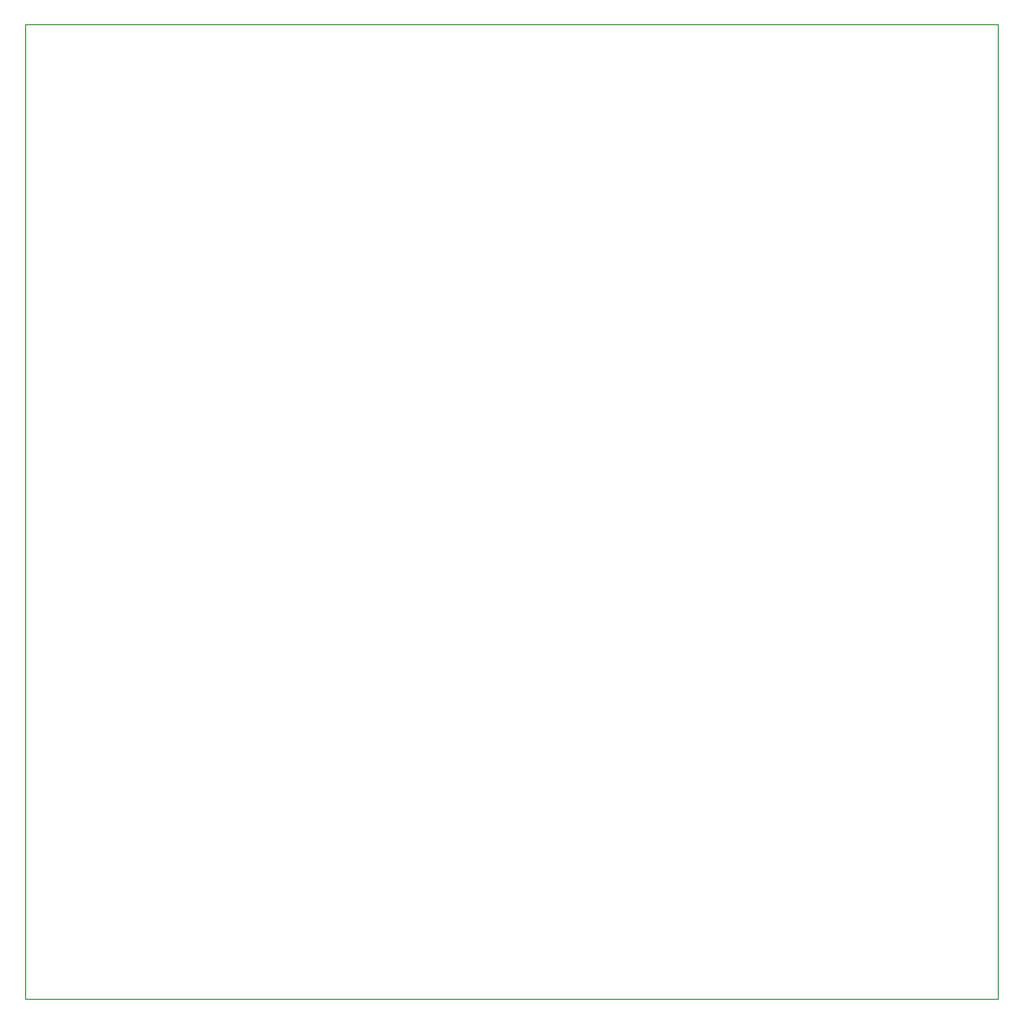
<source format=gbr>
%TF.GenerationSoftware,KiCad,Pcbnew,7.0.9*%
%TF.CreationDate,2024-02-18T20:42:30+05:30*%
%TF.ProjectId,Chg_Dschg Controller,4368675f-4473-4636-9867-20436f6e7472,rev?*%
%TF.SameCoordinates,Original*%
%TF.FileFunction,Profile,NP*%
%FSLAX46Y46*%
G04 Gerber Fmt 4.6, Leading zero omitted, Abs format (unit mm)*
G04 Created by KiCad (PCBNEW 7.0.9) date 2024-02-18 20:42:30*
%MOMM*%
%LPD*%
G01*
G04 APERTURE LIST*
%TA.AperFunction,Profile*%
%ADD10C,0.100000*%
%TD*%
G04 APERTURE END LIST*
D10*
X33700000Y-25950000D02*
X118650000Y-25950000D01*
X118650000Y-111050000D01*
X33700000Y-111050000D01*
X33700000Y-25950000D01*
M02*

</source>
